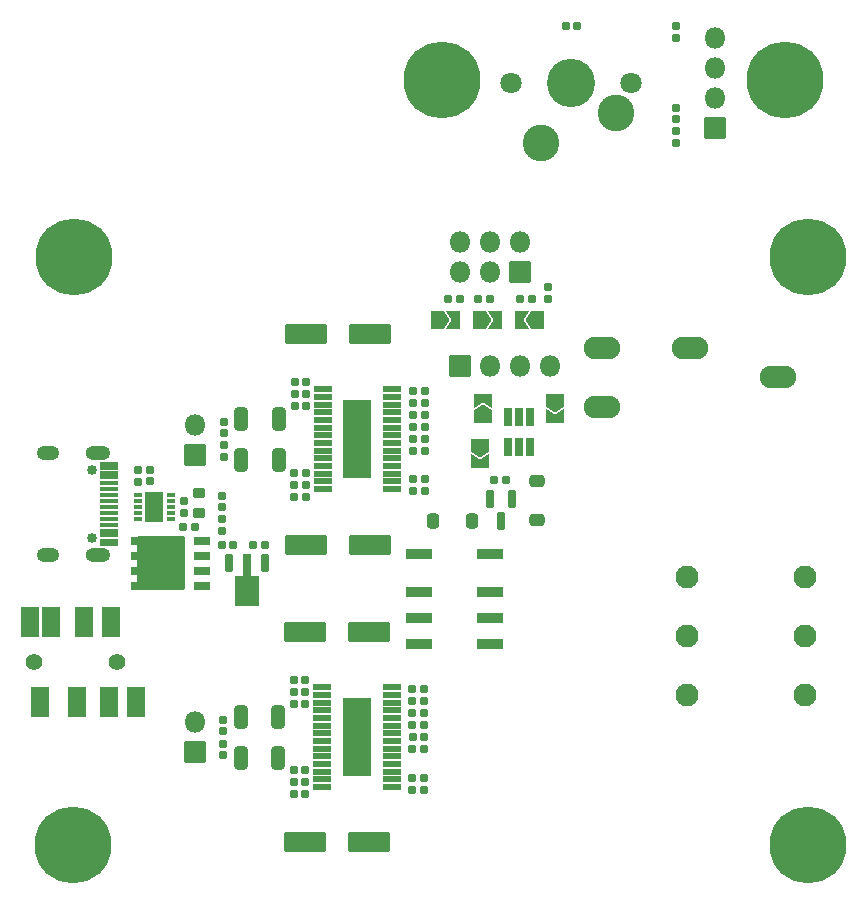
<source format=gbr>
%TF.GenerationSoftware,KiCad,Pcbnew,8.0.7*%
%TF.CreationDate,2024-12-24T17:50:32+01:00*%
%TF.ProjectId,AudioInterface,41756469-6f49-46e7-9465-72666163652e,1.1*%
%TF.SameCoordinates,Original*%
%TF.FileFunction,Soldermask,Top*%
%TF.FilePolarity,Negative*%
%FSLAX46Y46*%
G04 Gerber Fmt 4.6, Leading zero omitted, Abs format (unit mm)*
G04 Created by KiCad (PCBNEW 8.0.7) date 2024-12-24 17:50:32*
%MOMM*%
%LPD*%
G01*
G04 APERTURE LIST*
G04 Aperture macros list*
%AMRoundRect*
0 Rectangle with rounded corners*
0 $1 Rounding radius*
0 $2 $3 $4 $5 $6 $7 $8 $9 X,Y pos of 4 corners*
0 Add a 4 corners polygon primitive as box body*
4,1,4,$2,$3,$4,$5,$6,$7,$8,$9,$2,$3,0*
0 Add four circle primitives for the rounded corners*
1,1,$1+$1,$2,$3*
1,1,$1+$1,$4,$5*
1,1,$1+$1,$6,$7*
1,1,$1+$1,$8,$9*
0 Add four rect primitives between the rounded corners*
20,1,$1+$1,$2,$3,$4,$5,0*
20,1,$1+$1,$4,$5,$6,$7,0*
20,1,$1+$1,$6,$7,$8,$9,0*
20,1,$1+$1,$8,$9,$2,$3,0*%
%AMFreePoly0*
4,1,16,0.535355,0.785355,0.550000,0.750000,0.550000,-0.750000,0.535355,-0.785355,0.500000,-0.800000,-0.650000,-0.800000,-0.685355,-0.785355,-0.700000,-0.750000,-0.691603,-0.722265,-0.210093,0.000000,-0.691603,0.722265,-0.699029,0.759806,-0.677735,0.791603,-0.650000,0.800000,0.500000,0.800000,0.535355,0.785355,0.535355,0.785355,$1*%
%AMFreePoly1*
4,1,16,0.535355,0.785355,0.541603,0.777735,1.041603,0.027735,1.049029,-0.009806,1.041603,-0.027735,0.541603,-0.777735,0.509806,-0.799029,0.500000,-0.800000,-0.500000,-0.800000,-0.535355,-0.785355,-0.550000,-0.750000,-0.550000,0.750000,-0.535355,0.785355,-0.500000,0.800000,0.500000,0.800000,0.535355,0.785355,0.535355,0.785355,$1*%
G04 Aperture macros list end*
%ADD10RoundRect,0.050000X-0.737500X0.225000X-0.737500X-0.225000X0.737500X-0.225000X0.737500X0.225000X0*%
%ADD11C,0.600000*%
%ADD12RoundRect,0.050000X1.170000X3.230000X-1.170000X3.230000X-1.170000X-3.230000X1.170000X-3.230000X0*%
%ADD13RoundRect,0.050000X0.285000X0.700000X-0.285000X0.700000X-0.285000X-0.700000X0.285000X-0.700000X0*%
%ADD14RoundRect,0.050000X0.325000X0.950000X-0.325000X0.950000X-0.325000X-0.950000X0.325000X-0.950000X0*%
%ADD15RoundRect,0.050000X1.000000X1.225000X-1.000000X1.225000X-1.000000X-1.225000X1.000000X-1.225000X0*%
%ADD16C,0.900000*%
%ADD17C,6.500000*%
%ADD18C,1.950000*%
%ADD19RoundRect,0.050000X-0.850000X0.850000X-0.850000X-0.850000X0.850000X-0.850000X0.850000X0.850000X0*%
%ADD20O,1.800000X1.800000*%
%ADD21C,1.801800*%
%ADD22C,3.100000*%
%ADD23C,4.087800*%
%ADD24RoundRect,0.160000X0.210000X-0.160000X0.210000X0.160000X-0.210000X0.160000X-0.210000X-0.160000X0*%
%ADD25RoundRect,0.160000X-0.210000X0.160000X-0.210000X-0.160000X0.210000X-0.160000X0.210000X0.160000X0*%
%ADD26FreePoly0,90.000000*%
%ADD27FreePoly1,90.000000*%
%ADD28RoundRect,0.050000X0.850000X0.850000X-0.850000X0.850000X-0.850000X-0.850000X0.850000X-0.850000X0*%
%ADD29RoundRect,0.050000X0.850000X-0.850000X0.850000X0.850000X-0.850000X0.850000X-0.850000X-0.850000X0*%
%ADD30RoundRect,0.172500X-0.172500X-0.197500X0.172500X-0.197500X0.172500X0.197500X-0.172500X0.197500X0*%
%ADD31RoundRect,0.165000X-0.195000X0.165000X-0.195000X-0.165000X0.195000X-0.165000X0.195000X0.165000X0*%
%ADD32RoundRect,0.165000X0.165000X0.195000X-0.165000X0.195000X-0.165000X-0.195000X0.165000X-0.195000X0*%
%ADD33RoundRect,0.102000X-1.000000X0.350000X-1.000000X-0.350000X1.000000X-0.350000X1.000000X0.350000X0*%
%ADD34RoundRect,0.265625X-1.534375X-0.584375X1.534375X-0.584375X1.534375X0.584375X-1.534375X0.584375X0*%
%ADD35RoundRect,0.160000X0.160000X0.210000X-0.160000X0.210000X-0.160000X-0.210000X0.160000X-0.210000X0*%
%ADD36RoundRect,0.160000X-0.160000X-0.210000X0.160000X-0.210000X0.160000X0.210000X-0.160000X0.210000X0*%
%ADD37RoundRect,0.175000X-0.175000X0.612500X-0.175000X-0.612500X0.175000X-0.612500X0.175000X0.612500X0*%
%ADD38O,3.100000X1.900000*%
%ADD39RoundRect,0.172500X-0.197500X0.172500X-0.197500X-0.172500X0.197500X-0.172500X0.197500X0.172500X0*%
%ADD40RoundRect,0.225000X0.300000X-0.225000X0.300000X0.225000X-0.300000X0.225000X-0.300000X-0.225000X0*%
%ADD41RoundRect,0.250000X0.400000X-0.250000X0.400000X0.250000X-0.400000X0.250000X-0.400000X-0.250000X0*%
%ADD42RoundRect,0.165000X-0.165000X-0.195000X0.165000X-0.195000X0.165000X0.195000X-0.165000X0.195000X0*%
%ADD43RoundRect,0.050000X0.625000X-0.325000X0.625000X0.325000X-0.625000X0.325000X-0.625000X-0.325000X0*%
%ADD44RoundRect,0.050000X0.400000X-0.325000X0.400000X0.325000X-0.400000X0.325000X-0.400000X-0.325000X0*%
%ADD45RoundRect,0.050000X1.950000X-2.230000X1.950000X2.230000X-1.950000X2.230000X-1.950000X-2.230000X0*%
%ADD46FreePoly0,0.000000*%
%ADD47FreePoly1,0.000000*%
%ADD48RoundRect,0.050000X0.300000X0.700000X-0.300000X0.700000X-0.300000X-0.700000X0.300000X-0.700000X0*%
%ADD49RoundRect,0.250000X-0.250000X-0.400000X0.250000X-0.400000X0.250000X0.400000X-0.250000X0.400000X0*%
%ADD50RoundRect,0.273809X0.301191X0.726191X-0.301191X0.726191X-0.301191X-0.726191X0.301191X-0.726191X0*%
%ADD51RoundRect,0.273809X-0.301191X-0.726191X0.301191X-0.726191X0.301191X0.726191X-0.301191X0.726191X0*%
%ADD52FreePoly0,270.000000*%
%ADD53FreePoly1,270.000000*%
%ADD54FreePoly0,180.000000*%
%ADD55FreePoly1,180.000000*%
%ADD56RoundRect,0.050000X0.700000X-1.250000X0.700000X1.250000X-0.700000X1.250000X-0.700000X-1.250000X0*%
%ADD57C,1.400000*%
%ADD58RoundRect,0.050000X-0.330000X0.140000X-0.330000X-0.140000X0.330000X-0.140000X0.330000X0.140000X0*%
%ADD59RoundRect,0.050000X-0.750000X1.250000X-0.750000X-1.250000X0.750000X-1.250000X0.750000X1.250000X0*%
%ADD60C,0.850000*%
%ADD61O,2.100000X1.200000*%
%ADD62O,1.900000X1.200000*%
%ADD63RoundRect,0.050000X-0.750000X0.150000X-0.750000X-0.150000X0.750000X-0.150000X0.750000X0.150000X0*%
G04 APERTURE END LIST*
D10*
%TO.C,U5*%
X21958000Y33401202D03*
X21958000Y25601202D03*
X21958000Y26251202D03*
X21958000Y26901202D03*
X21958000Y27551202D03*
X21958000Y28201202D03*
X21958000Y28851202D03*
X21958000Y29501202D03*
X21958000Y30151202D03*
X21958000Y30801202D03*
X21958000Y31451202D03*
X21958000Y32101202D03*
X21958000Y32751202D03*
X21958000Y34051202D03*
X16082000Y34051202D03*
X16082000Y33401202D03*
X16082000Y32751202D03*
X16082000Y32101202D03*
X16082000Y31451202D03*
X16082000Y30801202D03*
X16082000Y30151202D03*
X16082000Y29501202D03*
X16082000Y28851202D03*
X16082000Y28201202D03*
X16082000Y27551202D03*
X16082000Y26901202D03*
X16082000Y26251202D03*
X16082000Y25601202D03*
D11*
X19850000Y26981404D03*
X19850000Y27929670D03*
X19850000Y28877936D03*
X19850000Y29826202D03*
X19850000Y30774468D03*
X19850000Y31722734D03*
X19850000Y32671000D03*
X19020000Y26981404D03*
X19020000Y27929670D03*
X19020000Y28877936D03*
X19020000Y29826202D03*
D12*
X19020000Y29826202D03*
D11*
X19020000Y30774468D03*
X19020000Y31722734D03*
X19020000Y32671000D03*
X18190000Y26981404D03*
X18190000Y27929670D03*
X18190000Y28877936D03*
X18190000Y29826202D03*
X18190000Y30774468D03*
X18190000Y31722734D03*
X18190000Y32671000D03*
%TD*%
D10*
%TO.C,U4*%
X21916000Y8179000D03*
X21916000Y379000D03*
X21916000Y1029000D03*
X21916000Y1679000D03*
X21916000Y2329000D03*
X21916000Y2979000D03*
X21916000Y3629000D03*
X21916000Y4279000D03*
X21916000Y4929000D03*
X21916000Y5579000D03*
X21916000Y6229000D03*
X21916000Y6879000D03*
X21916000Y7529000D03*
X21916000Y8829000D03*
X16040000Y8829000D03*
X16040000Y8179000D03*
X16040000Y7529000D03*
X16040000Y6879000D03*
X16040000Y6229000D03*
X16040000Y5579000D03*
X16040000Y4929000D03*
X16040000Y4279000D03*
X16040000Y3629000D03*
X16040000Y2979000D03*
X16040000Y2329000D03*
X16040000Y1679000D03*
X16040000Y1029000D03*
X16040000Y379000D03*
D11*
X19808000Y1759202D03*
X19808000Y2707468D03*
X19808000Y3655734D03*
X19808000Y4604000D03*
X19808000Y5552266D03*
X19808000Y6500532D03*
X19808000Y7448798D03*
X18978000Y1759202D03*
X18978000Y2707468D03*
X18978000Y3655734D03*
X18978000Y4604000D03*
D12*
X18978000Y4604000D03*
D11*
X18978000Y5552266D03*
X18978000Y6500532D03*
X18978000Y7448798D03*
X18148000Y1759202D03*
X18148000Y2707468D03*
X18148000Y3655734D03*
X18148000Y4604000D03*
X18148000Y5552266D03*
X18148000Y6500532D03*
X18148000Y7448798D03*
%TD*%
D13*
%TO.C,U3*%
X11162000Y19370500D03*
D14*
X9662000Y19120500D03*
D13*
X8162000Y19370500D03*
D15*
X9662000Y16945500D03*
%TD*%
D16*
%TO.C,H6*%
X55236944Y57830000D03*
X53539888Y58532944D03*
X56934000Y58532944D03*
X52836944Y60230000D03*
D17*
X55236944Y60230000D03*
D16*
X57636944Y60230000D03*
X53539888Y61927056D03*
X56934000Y61927056D03*
X55236944Y62630000D03*
%TD*%
%TO.C,H5*%
X26200000Y57830000D03*
X24502944Y58532944D03*
X27897056Y58532944D03*
X23800000Y60230000D03*
D17*
X26200000Y60230000D03*
D16*
X28600000Y60230000D03*
X24502944Y61927056D03*
X27897056Y61927056D03*
X26200000Y62630000D03*
%TD*%
%TO.C,H4*%
X54788000Y45243998D03*
X55490944Y46941054D03*
X55490944Y43546942D03*
X57188000Y47643998D03*
D17*
X57188000Y45243998D03*
D16*
X57188000Y42843998D03*
X58885056Y46941054D03*
X58885056Y43546942D03*
X59588000Y45243998D03*
%TD*%
%TO.C,H3*%
X54751896Y-4503896D03*
X55454840Y-2806840D03*
X55454840Y-6200952D03*
X57151896Y-2103896D03*
D17*
X57151896Y-4503896D03*
D16*
X57151896Y-6903896D03*
X58848952Y-2806840D03*
X58848952Y-6200952D03*
X59551896Y-4503896D03*
%TD*%
%TO.C,H2*%
X-7442000Y-4540000D03*
X-6739056Y-2842944D03*
X-6739056Y-6237056D03*
X-5042000Y-2140000D03*
D17*
X-5042000Y-4540000D03*
D16*
X-5042000Y-6940000D03*
X-3344944Y-2842944D03*
X-3344944Y-6237056D03*
X-2642000Y-4540000D03*
%TD*%
%TO.C,H1*%
X-7405896Y45207894D03*
X-6702952Y46904950D03*
X-6702952Y43510838D03*
X-5005896Y47607894D03*
D17*
X-5005896Y45207894D03*
D16*
X-5005896Y42807894D03*
X-3308840Y46904950D03*
X-3308840Y43510838D03*
X-2605896Y45207894D03*
%TD*%
D18*
%TO.C,Pt1*%
X46934000Y18160000D03*
X46934000Y13160000D03*
X46934000Y8160000D03*
X56934000Y18160000D03*
X56934000Y13160000D03*
X56934000Y8160000D03*
%TD*%
D19*
%TO.C,J2*%
X32804000Y43974000D03*
D20*
X32804000Y46514000D03*
X30264000Y43974000D03*
X30264000Y46514000D03*
X27724000Y43974000D03*
X27724000Y46514000D03*
%TD*%
D21*
%TO.C,S1*%
X42211000Y60014000D03*
D22*
X40941000Y57474000D03*
D23*
X37131000Y60014000D03*
D22*
X34591000Y54934000D03*
D21*
X32051000Y60014000D03*
%TD*%
D24*
%TO.C,R8*%
X46012000Y63784000D03*
X46012000Y64804000D03*
%TD*%
D25*
%TO.C,R6*%
X46012000Y55916000D03*
X46012000Y54896000D03*
%TD*%
D26*
%TO.C,JP3*%
X29647500Y33153500D03*
D27*
X29647500Y31703500D03*
%TD*%
D28*
%TO.C,J8*%
X49314000Y56166000D03*
D20*
X49314000Y58706000D03*
X49314000Y61246000D03*
X49314000Y63786000D03*
%TD*%
%TO.C,J7*%
X35354000Y36041500D03*
X32814000Y36041500D03*
X30274000Y36041500D03*
D29*
X27734000Y36041500D03*
%TD*%
D30*
%TO.C,D3*%
X36637000Y64802000D03*
X37607000Y64802000D03*
%TD*%
D31*
%TO.C,C2*%
X46012000Y57888000D03*
X46012000Y56928000D03*
%TD*%
D32*
%TO.C,C22*%
X23747000Y29877000D03*
X24707000Y29877000D03*
%TD*%
D33*
%TO.C,K1*%
X30216000Y20088000D03*
X30216000Y16888000D03*
X30216000Y14688000D03*
X30216000Y12488000D03*
X24216000Y12488000D03*
X24216000Y14688000D03*
X24216000Y16888000D03*
X24216000Y20088000D03*
%TD*%
D34*
%TO.C,C29*%
X20069000Y38767000D03*
X14669000Y38767000D03*
%TD*%
%TO.C,C26*%
X20052000Y20850202D03*
X14652000Y20850202D03*
%TD*%
D35*
%TO.C,R20*%
X23717000Y26448000D03*
X24737000Y26448000D03*
%TD*%
D31*
%TO.C,C19*%
X7658000Y5112000D03*
X7658000Y6072000D03*
%TD*%
D32*
%TO.C,C6*%
X24620000Y5620000D03*
X23660000Y5620000D03*
%TD*%
D36*
%TO.C,R9*%
X33837000Y41708000D03*
X32817000Y41708000D03*
%TD*%
D35*
%TO.C,R15*%
X23660000Y1175000D03*
X24680000Y1175000D03*
%TD*%
D37*
%TO.C,Q2*%
X31171500Y22892000D03*
X30221500Y24767000D03*
X32121500Y24767000D03*
%TD*%
D31*
%TO.C,C33*%
X7717000Y30336800D03*
X7717000Y31296800D03*
%TD*%
D36*
%TO.C,R13*%
X23630000Y8668000D03*
X24650000Y8668000D03*
%TD*%
D38*
%TO.C,J4*%
X54648000Y35084000D03*
X47148000Y37584000D03*
X39748000Y37584000D03*
X39748000Y32584000D03*
%TD*%
D39*
%TO.C,D1*%
X7527000Y25039500D03*
X7527000Y24069500D03*
%TD*%
D40*
%TO.C,R2*%
X5622000Y23591000D03*
X5622000Y25241000D03*
%TD*%
D41*
%TO.C,D4*%
X34219500Y26320000D03*
X34219500Y23020000D03*
%TD*%
D42*
%TO.C,C12*%
X14615000Y9430000D03*
X13655000Y9430000D03*
%TD*%
D43*
%TO.C,Q1*%
X5876000Y17426000D03*
X5876000Y18706000D03*
X5876000Y19966000D03*
X5876000Y21236000D03*
D44*
X296000Y17426000D03*
X296000Y18706000D03*
D45*
X2396000Y19336000D03*
D44*
X296000Y19966000D03*
X296000Y21236000D03*
%TD*%
D36*
%TO.C,R16*%
X24678000Y159000D03*
X23658000Y159000D03*
%TD*%
D42*
%TO.C,C28*%
X14634000Y25965404D03*
X13674000Y25965404D03*
%TD*%
D36*
%TO.C,R19*%
X24737000Y33941000D03*
X23717000Y33941000D03*
%TD*%
D42*
%TO.C,C9*%
X23660000Y6636000D03*
X24620000Y6636000D03*
%TD*%
D36*
%TO.C,R18*%
X24737000Y28851202D03*
X23717000Y28851202D03*
%TD*%
D42*
%TO.C,C11*%
X14615000Y8414000D03*
X13655000Y8414000D03*
%TD*%
D46*
%TO.C,JP6*%
X27194000Y39930000D03*
D47*
X25744000Y39930000D03*
%TD*%
D32*
%TO.C,C7*%
X24648000Y4604000D03*
X23688000Y4604000D03*
%TD*%
D31*
%TO.C,C1*%
X1431000Y27216500D03*
X1431000Y26256500D03*
%TD*%
D48*
%TO.C,U2*%
X31745500Y31683500D03*
X32695500Y31683500D03*
X33645500Y31683500D03*
X33645500Y29183500D03*
X32695500Y29183500D03*
X31745500Y29183500D03*
%TD*%
D32*
%TO.C,C24*%
X13674000Y26956000D03*
X14634000Y26956000D03*
%TD*%
D36*
%TO.C,R14*%
X23656000Y3588000D03*
X24676000Y3588000D03*
%TD*%
D49*
%TO.C,D2*%
X28757500Y22892000D03*
X25457500Y22892000D03*
%TD*%
D32*
%TO.C,C20*%
X23747000Y32925000D03*
X24707000Y32925000D03*
%TD*%
D50*
%TO.C,FB1*%
X9131000Y2826000D03*
X12281000Y2826000D03*
%TD*%
D34*
%TO.C,C10*%
X20010000Y-4286000D03*
X14610000Y-4286000D03*
%TD*%
D42*
%TO.C,C5*%
X10202000Y20894500D03*
X11162000Y20894500D03*
%TD*%
D31*
%TO.C,C18*%
X7658000Y3080000D03*
X7658000Y4040000D03*
%TD*%
D51*
%TO.C,FB4*%
X12340000Y31528000D03*
X9190000Y31528000D03*
%TD*%
%TO.C,FB2*%
X12281000Y6276000D03*
X9131000Y6276000D03*
%TD*%
D20*
%TO.C,J6*%
X5304000Y31015000D03*
D28*
X5304000Y28475000D03*
%TD*%
D20*
%TO.C,J5*%
X5245000Y5869000D03*
D28*
X5245000Y3329000D03*
%TD*%
D52*
%TO.C,JP1*%
X35743500Y31703500D03*
D53*
X35743500Y33153500D03*
%TD*%
D25*
%TO.C,R1*%
X415000Y27246500D03*
X415000Y26226500D03*
%TD*%
D54*
%TO.C,JP4*%
X32856000Y39930000D03*
D55*
X34306000Y39930000D03*
%TD*%
D42*
%TO.C,C14*%
X14615000Y-222000D03*
X13655000Y-222000D03*
%TD*%
D50*
%TO.C,FB3*%
X9190000Y28099000D03*
X12340000Y28099000D03*
%TD*%
D34*
%TO.C,C13*%
X20010000Y13494000D03*
X14610000Y13494000D03*
%TD*%
D32*
%TO.C,C8*%
X24620000Y7652000D03*
X23660000Y7652000D03*
%TD*%
D42*
%TO.C,C31*%
X14674000Y34703000D03*
X13714000Y34703000D03*
%TD*%
D52*
%TO.C,JP2*%
X29393500Y27893500D03*
D53*
X29393500Y29343500D03*
%TD*%
D25*
%TO.C,R10*%
X35142000Y41704000D03*
X35142000Y42724000D03*
%TD*%
D24*
%TO.C,R5*%
X7527000Y22012500D03*
X7527000Y23032500D03*
%TD*%
D36*
%TO.C,R7*%
X31615500Y26369500D03*
X30595500Y26369500D03*
%TD*%
D32*
%TO.C,C16*%
X13655000Y7398000D03*
X14615000Y7398000D03*
%TD*%
D36*
%TO.C,R3*%
X4223000Y22418500D03*
X5243000Y22418500D03*
%TD*%
D31*
%TO.C,C32*%
X7717000Y28355600D03*
X7717000Y29315600D03*
%TD*%
D42*
%TO.C,C27*%
X14634000Y24949404D03*
X13674000Y24949404D03*
%TD*%
D32*
%TO.C,C4*%
X8487000Y20894500D03*
X7527000Y20894500D03*
%TD*%
D56*
%TO.C,J3*%
X-8744000Y14354000D03*
X-4094000Y14354000D03*
X256000Y7554000D03*
X-1994000Y7554000D03*
X-1844000Y14354000D03*
X-7844000Y7554000D03*
X-6944000Y14354000D03*
D57*
X-1344000Y10954000D03*
X-8344000Y10954000D03*
D56*
X-4744000Y7554000D03*
%TD*%
D32*
%TO.C,C17*%
X13655000Y1810000D03*
X14615000Y1810000D03*
%TD*%
D46*
%TO.C,JP5*%
X30787000Y39930000D03*
D47*
X29337000Y39930000D03*
%TD*%
D32*
%TO.C,C25*%
X13714000Y32671000D03*
X14674000Y32671000D03*
%TD*%
D36*
%TO.C,R17*%
X24737000Y25432000D03*
X23717000Y25432000D03*
%TD*%
D42*
%TO.C,C15*%
X14615000Y794000D03*
X13655000Y794000D03*
%TD*%
D35*
%TO.C,R11*%
X29261000Y41708000D03*
X30281000Y41708000D03*
%TD*%
D42*
%TO.C,C21*%
X24707000Y31909000D03*
X23747000Y31909000D03*
%TD*%
D58*
%TO.C,U1*%
X402000Y25069500D03*
X402000Y24569500D03*
X402000Y24069500D03*
X402000Y23569500D03*
X402000Y23069500D03*
X3222000Y23069500D03*
X3222000Y23569500D03*
X3222000Y24069500D03*
X3222000Y24569500D03*
X3222000Y25069500D03*
D59*
X1812000Y24069500D03*
%TD*%
D32*
%TO.C,C23*%
X23747000Y30893000D03*
X24707000Y30893000D03*
%TD*%
D25*
%TO.C,R4*%
X4352000Y24569500D03*
X4352000Y23549500D03*
%TD*%
D60*
%TO.C,J1*%
X-3492500Y27213500D03*
X-3492500Y21433500D03*
D61*
X-2962500Y28643500D03*
D62*
X-7142500Y28643500D03*
D61*
X-2962500Y20003500D03*
D62*
X-7142500Y20003500D03*
D63*
X-2002500Y27723500D03*
X-2002500Y27423500D03*
X-2002500Y21223500D03*
X-2002500Y20923500D03*
X-2002500Y26923500D03*
X-2002500Y26623500D03*
X-2002500Y22023500D03*
X-2002500Y21723500D03*
X-2002500Y25573500D03*
X-2002500Y24573500D03*
X-2002500Y24073500D03*
X-2002500Y23073500D03*
X-2002500Y22573500D03*
X-2002500Y23573500D03*
X-2002500Y25073500D03*
X-2002500Y26073500D03*
%TD*%
D35*
%TO.C,R12*%
X26721000Y41708000D03*
X27741000Y41708000D03*
%TD*%
D42*
%TO.C,C30*%
X14674000Y33687000D03*
X13714000Y33687000D03*
%TD*%
M02*

</source>
